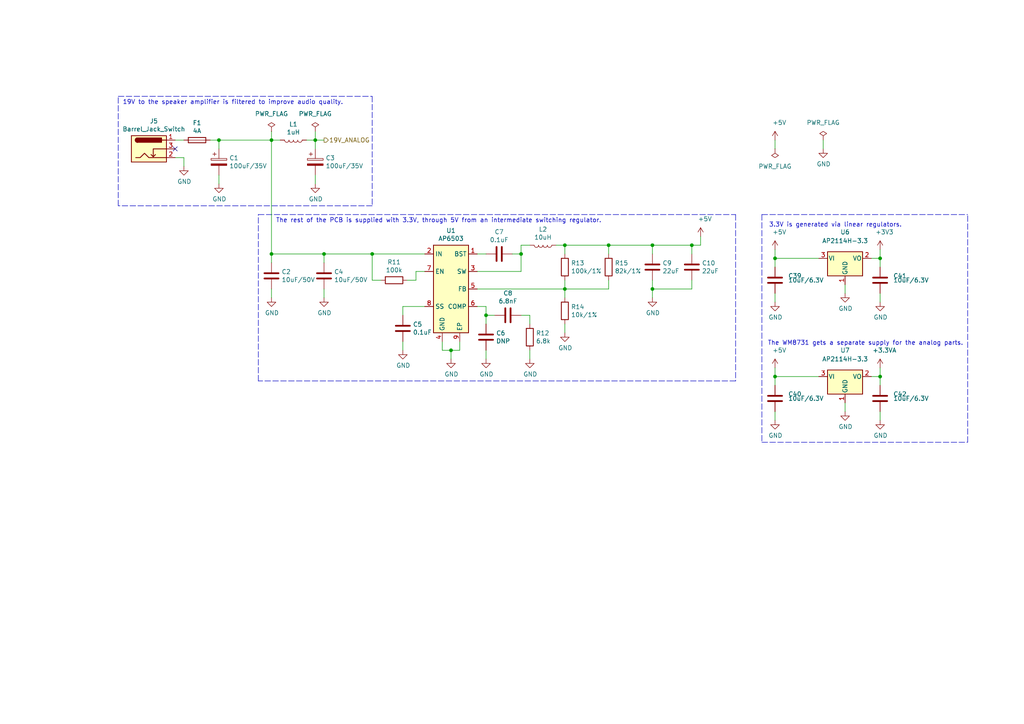
<source format=kicad_sch>
(kicad_sch (version 20210621) (generator eeschema)
  (paper "A4")
  (lib_symbols
    (symbol "Connector:Barrel_Jack_Switch" (pin_names hide)
      (property "Reference" "J" (at 0 5.334 0))
      (property "Value" "Barrel_Jack_Switch" (at 0 -5.08 0))
      (symbol "Barrel_Jack_Switch_0_1"
        (rectangle (start -5.08 3.81) (end 5.08 -3.81) (stroke (width 0.254)) (fill (type background)))
        (arc (start -3.302 3.175) (mid -3.937 2.54) (end -3.302 1.905) (stroke (width 0.254)))
        (arc (start -3.302 3.175) (mid -3.937 2.54) (end -3.302 1.905) (stroke (width 0.254)) (fill (type outline)))
        (polyline (pts (xy 1.27 -2.286) (xy 1.905 -1.651)) (stroke (width 0.254)))
        (polyline (pts (xy 5.08 2.54) (xy 3.81 2.54)) (stroke (width 0.254)))
        (polyline (pts (xy 5.08 0) (xy 1.27 0) (xy 1.27 -2.286) (xy 0.635 -1.651)) (stroke (width 0.254)))
        (polyline (pts (xy -3.81 -2.54) (xy -2.54 -2.54) (xy -1.27 -1.27) (xy 0 -2.54) (xy 2.54 -2.54) (xy 5.08 -2.54)) (stroke (width 0.254)))
        (rectangle (start 3.683 3.175) (end -3.302 1.905) (stroke (width 0.254)) (fill (type outline)))
      )
      (symbol "Barrel_Jack_Switch_1_1"
        (pin passive line (at 7.62 2.54 180) (length 2.54) (name "~") (number "1"))
        (pin passive line (at 7.62 -2.54 180) (length 2.54) (name "~") (number "2"))
        (pin passive line (at 7.62 0 180) (length 2.54) (name "~") (number "3"))
      )
    )
    (symbol "Device:C" (pin_numbers hide) (pin_names (offset 0.254))
      (property "Reference" "C" (at 0.635 2.54 0))
      (property "Value" "C" (at 0.635 -2.54 0))
      (symbol "C_0_1"
        (polyline (pts (xy -2.032 -0.762) (xy 2.032 -0.762)) (stroke (width 0.508)))
        (polyline (pts (xy -2.032 0.762) (xy 2.032 0.762)) (stroke (width 0.508)))
      )
      (symbol "C_1_1"
        (pin passive line (at 0 3.81 270) (length 2.794) (name "~") (number "1"))
        (pin passive line (at 0 -3.81 90) (length 2.794) (name "~") (number "2"))
      )
    )
    (symbol "Device:C_Polarized" (pin_numbers hide) (pin_names (offset 0.254))
      (property "Reference" "C" (at 0.635 2.54 0))
      (property "Value" "C_Polarized" (at 0.635 -2.54 0))
      (symbol "C_Polarized_0_1"
        (rectangle (start -2.286 0.508) (end 2.286 1.016))
        (polyline (pts (xy -1.778 2.286) (xy -0.762 2.286)))
        (polyline (pts (xy -1.27 2.794) (xy -1.27 1.778)))
        (rectangle (start 2.286 -0.508) (end -2.286 -1.016) (fill (type outline)))
      )
      (symbol "C_Polarized_1_1"
        (pin passive line (at 0 3.81 270) (length 2.794) (name "~") (number "1"))
        (pin passive line (at 0 -3.81 90) (length 2.794) (name "~") (number "2"))
      )
    )
    (symbol "Device:Fuse" (pin_numbers hide) (pin_names (offset 0))
      (property "Reference" "F" (at 2.032 0 90))
      (property "Value" "Fuse" (at -1.905 0 90))
      (symbol "Fuse_0_1"
        (rectangle (start -0.762 -2.54) (end 0.762 2.54) (stroke (width 0.254)))
        (polyline (pts (xy 0 2.54) (xy 0 -2.54)))
      )
      (symbol "Fuse_1_1"
        (pin passive line (at 0 3.81 270) (length 1.27) (name "~") (number "1"))
        (pin passive line (at 0 -3.81 90) (length 1.27) (name "~") (number "2"))
      )
    )
    (symbol "Device:L" (pin_numbers hide) (pin_names (offset 1.016) hide)
      (property "Reference" "L" (at -1.27 0 90))
      (property "Value" "L" (at 1.905 0 90))
      (symbol "L_0_1"
        (arc (start 0 -2.54) (mid 0.635 -1.905) (end 0 -1.27))
        (arc (start 0 -1.27) (mid 0.635 -0.635) (end 0 0))
        (arc (start 0 0) (mid 0.635 0.635) (end 0 1.27))
        (arc (start 0 1.27) (mid 0.635 1.905) (end 0 2.54))
      )
      (symbol "L_1_1"
        (pin passive line (at 0 3.81 270) (length 1.27) (name "1") (number "1"))
        (pin passive line (at 0 -3.81 90) (length 1.27) (name "2") (number "2"))
      )
    )
    (symbol "Device:R" (pin_numbers hide) (pin_names (offset 0))
      (property "Reference" "R" (at 2.032 0 90))
      (property "Value" "R" (at 0 0 90))
      (symbol "R_0_1"
        (rectangle (start -1.016 -2.54) (end 1.016 2.54) (stroke (width 0.254)))
      )
      (symbol "R_1_1"
        (pin passive line (at 0 3.81 270) (length 1.27) (name "~") (number "1"))
        (pin passive line (at 0 -3.81 90) (length 1.27) (name "~") (number "2"))
      )
    )
    (symbol "Regulator_Linear:AMS1117-3.3" (pin_names (offset 0.254))
      (property "Reference" "U" (at -3.81 3.175 0))
      (property "Value" "AMS1117-3.3" (at 0 3.175 0))
      (symbol "AMS1117-3.3_0_1"
        (rectangle (start -5.08 -5.08) (end 5.08 1.905) (stroke (width 0.254)) (fill (type background)))
      )
      (symbol "AMS1117-3.3_1_1"
        (pin power_in line (at 0 -7.62 90) (length 2.54) (name "GND") (number "1"))
        (pin power_out line (at 7.62 0 180) (length 2.54) (name "VO") (number "2"))
        (pin power_in line (at -7.62 0 0) (length 2.54) (name "VI") (number "3"))
      )
    )
    (symbol "Regulator_Switching:AP6503"
      (property "Reference" "U" (at -3.81 13.97 0))
      (property "Value" "AP6503" (at 2.54 13.97 0))
      (symbol "AP6503_0_1"
        (rectangle (start -5.08 12.7) (end 5.08 -12.7) (stroke (width 0.254)) (fill (type background)))
      )
      (symbol "AP6503_1_1"
        (pin output line (at 7.62 10.16 180) (length 2.54) (name "BST") (number "1"))
        (pin power_in line (at -7.62 10.16 0) (length 2.54) (name "IN") (number "2"))
        (pin power_out line (at 7.62 5.08 180) (length 2.54) (name "SW") (number "3"))
        (pin power_in line (at -2.54 -15.24 90) (length 2.54) (name "GND") (number "4"))
        (pin input line (at 7.62 0 180) (length 2.54) (name "FB") (number "5"))
        (pin output line (at 7.62 -5.08 180) (length 2.54) (name "COMP") (number "6"))
        (pin input line (at -7.62 5.08 0) (length 2.54) (name "EN") (number "7"))
        (pin tri_state line (at -7.62 -5.08 0) (length 2.54) (name "SS") (number "8"))
        (pin power_in line (at 2.54 -15.24 90) (length 2.54) (name "EP") (number "9"))
      )
    )
    (symbol "power:+3.3VA" (power) (pin_names (offset 0))
      (property "Value" "+3.3VA" (at 0 3.556 0))
      (symbol "+3.3VA_0_1"
        (polyline (pts (xy -0.762 1.27) (xy 0 2.54)))
        (polyline (pts (xy 0 0) (xy 0 2.54)))
        (polyline (pts (xy 0 2.54) (xy 0.762 1.27)))
      )
      (symbol "+3.3VA_1_1"
        (pin power_in line (at 0 0 90) (length 0) hide (name "+3.3VA") (number "1"))
      )
    )
    (symbol "power:+3V3" (power) (pin_names (offset 0))
      (property "Value" "+3V3" (at 0 3.556 0))
      (symbol "+3V3_0_1"
        (polyline (pts (xy -0.762 1.27) (xy 0 2.54)))
        (polyline (pts (xy 0 0) (xy 0 2.54)))
        (polyline (pts (xy 0 2.54) (xy 0.762 1.27)))
      )
      (symbol "+3V3_1_1"
        (pin power_in line (at 0 0 90) (length 0) hide (name "+3V3") (number "1"))
      )
    )
    (symbol "power:+5V" (power) (pin_names (offset 0))
      (property "Value" "+5V" (at 0 3.556 0))
      (symbol "+5V_0_1"
        (polyline (pts (xy -0.762 1.27) (xy 0 2.54)))
        (polyline (pts (xy 0 0) (xy 0 2.54)))
        (polyline (pts (xy 0 2.54) (xy 0.762 1.27)))
      )
      (symbol "+5V_1_1"
        (pin power_in line (at 0 0 90) (length 0) hide (name "+5V") (number "1"))
      )
    )
    (symbol "power:GND" (power) (pin_names (offset 0))
      (property "Value" "GND" (at 0 -3.81 0))
      (symbol "GND_0_1"
        (polyline (pts (xy 0 0) (xy 0 -1.27) (xy 1.27 -1.27) (xy 0 -2.54) (xy -1.27 -1.27) (xy 0 -1.27)))
      )
      (symbol "GND_1_1"
        (pin power_in line (at 0 0 270) (length 0) hide (name "GND") (number "1"))
      )
    )
    (symbol "power:PWR_FLAG" (power) (pin_numbers hide) (pin_names (offset 0) hide)
      (property "Value" "PWR_FLAG" (at 0 3.81 0))
      (symbol "PWR_FLAG_0_0"
        (pin power_out line (at 0 0 90) (length 0) (name "pwr") (number "1"))
      )
      (symbol "PWR_FLAG_0_1"
        (polyline (pts (xy 0 0) (xy 0 1.27) (xy -1.016 1.905) (xy 0 2.54) (xy 1.016 1.905) (xy 0 1.27)))
      )
    )
  )
  (junction (at 63.5 40.64) (diameter 0.9144))
  (junction (at 78.74 40.64) (diameter 0.9144))
  (junction (at 78.74 73.66) (diameter 0.9144))
  (junction (at 91.44 40.64) (diameter 0.9144))
  (junction (at 93.98 73.66) (diameter 0.9144))
  (junction (at 107.95 73.66) (diameter 0.9144))
  (junction (at 130.81 101.6) (diameter 0.9144))
  (junction (at 140.97 91.44) (diameter 0.9144))
  (junction (at 151.13 73.66) (diameter 0.9144))
  (junction (at 163.83 71.12) (diameter 0.9144))
  (junction (at 163.83 83.82) (diameter 0.9144))
  (junction (at 176.53 71.12) (diameter 0.9144))
  (junction (at 189.23 71.12) (diameter 0.9144))
  (junction (at 189.23 83.82) (diameter 0.9144))
  (junction (at 200.66 71.12) (diameter 0.9144))
  (junction (at 224.79 74.93) (diameter 0.9144))
  (junction (at 224.79 109.22) (diameter 0.9144))
  (junction (at 255.27 74.93) (diameter 0.9144))
  (junction (at 255.27 109.22) (diameter 0.9144))
  (no_connect (at 50.8 43.18))
  (wire (pts (xy 50.8 45.72) (xy 53.34 45.72)))
  (wire (pts (xy 53.34 40.64) (xy 50.8 40.64)))
  (wire (pts (xy 53.34 45.72) (xy 53.34 48.26)))
  (wire (pts (xy 60.96 40.64) (xy 63.5 40.64)))
  (wire (pts (xy 63.5 40.64) (xy 78.74 40.64)))
  (wire (pts (xy 63.5 43.18) (xy 63.5 40.64)))
  (wire (pts (xy 63.5 50.8) (xy 63.5 53.34)))
  (wire (pts (xy 78.74 38.1) (xy 78.74 40.64)))
  (wire (pts (xy 78.74 40.64) (xy 81.28 40.64)))
  (wire (pts (xy 78.74 73.66) (xy 78.74 40.64)))
  (wire (pts (xy 78.74 73.66) (xy 78.74 76.2)))
  (wire (pts (xy 78.74 86.36) (xy 78.74 83.82)))
  (wire (pts (xy 91.44 38.1) (xy 91.44 40.64)))
  (wire (pts (xy 91.44 40.64) (xy 88.9 40.64)))
  (wire (pts (xy 91.44 43.18) (xy 91.44 40.64)))
  (wire (pts (xy 91.44 50.8) (xy 91.44 53.34)))
  (wire (pts (xy 93.98 40.64) (xy 91.44 40.64)))
  (wire (pts (xy 93.98 73.66) (xy 78.74 73.66)))
  (wire (pts (xy 93.98 73.66) (xy 93.98 76.2)))
  (wire (pts (xy 93.98 86.36) (xy 93.98 83.82)))
  (wire (pts (xy 107.95 73.66) (xy 93.98 73.66)))
  (wire (pts (xy 107.95 73.66) (xy 107.95 81.28)))
  (wire (pts (xy 107.95 81.28) (xy 110.49 81.28)))
  (wire (pts (xy 116.84 88.9) (xy 123.19 88.9)))
  (wire (pts (xy 116.84 91.44) (xy 116.84 88.9)))
  (wire (pts (xy 116.84 99.06) (xy 116.84 101.6)))
  (wire (pts (xy 120.65 78.74) (xy 120.65 81.28)))
  (wire (pts (xy 120.65 81.28) (xy 118.11 81.28)))
  (wire (pts (xy 123.19 73.66) (xy 107.95 73.66)))
  (wire (pts (xy 123.19 78.74) (xy 120.65 78.74)))
  (wire (pts (xy 128.27 99.06) (xy 128.27 101.6)))
  (wire (pts (xy 128.27 101.6) (xy 130.81 101.6)))
  (wire (pts (xy 130.81 101.6) (xy 133.35 101.6)))
  (wire (pts (xy 130.81 104.14) (xy 130.81 101.6)))
  (wire (pts (xy 133.35 101.6) (xy 133.35 99.06)))
  (wire (pts (xy 138.43 78.74) (xy 151.13 78.74)))
  (wire (pts (xy 138.43 83.82) (xy 163.83 83.82)))
  (wire (pts (xy 140.97 73.66) (xy 138.43 73.66)))
  (wire (pts (xy 140.97 88.9) (xy 138.43 88.9)))
  (wire (pts (xy 140.97 91.44) (xy 140.97 88.9)))
  (wire (pts (xy 140.97 93.98) (xy 140.97 91.44)))
  (wire (pts (xy 140.97 104.14) (xy 140.97 101.6)))
  (wire (pts (xy 143.51 91.44) (xy 140.97 91.44)))
  (wire (pts (xy 151.13 71.12) (xy 153.67 71.12)))
  (wire (pts (xy 151.13 73.66) (xy 148.59 73.66)))
  (wire (pts (xy 151.13 73.66) (xy 151.13 71.12)))
  (wire (pts (xy 151.13 78.74) (xy 151.13 73.66)))
  (wire (pts (xy 153.67 91.44) (xy 151.13 91.44)))
  (wire (pts (xy 153.67 93.98) (xy 153.67 91.44)))
  (wire (pts (xy 153.67 104.14) (xy 153.67 101.6)))
  (wire (pts (xy 161.29 71.12) (xy 163.83 71.12)))
  (wire (pts (xy 163.83 71.12) (xy 163.83 73.66)))
  (wire (pts (xy 163.83 83.82) (xy 163.83 81.28)))
  (wire (pts (xy 163.83 83.82) (xy 176.53 83.82)))
  (wire (pts (xy 163.83 86.36) (xy 163.83 83.82)))
  (wire (pts (xy 163.83 96.52) (xy 163.83 93.98)))
  (wire (pts (xy 176.53 71.12) (xy 163.83 71.12)))
  (wire (pts (xy 176.53 71.12) (xy 189.23 71.12)))
  (wire (pts (xy 176.53 73.66) (xy 176.53 71.12)))
  (wire (pts (xy 176.53 83.82) (xy 176.53 81.28)))
  (wire (pts (xy 189.23 71.12) (xy 189.23 73.66)))
  (wire (pts (xy 189.23 71.12) (xy 200.66 71.12)))
  (wire (pts (xy 189.23 83.82) (xy 189.23 81.28)))
  (wire (pts (xy 189.23 86.36) (xy 189.23 83.82)))
  (wire (pts (xy 200.66 71.12) (xy 200.66 73.66)))
  (wire (pts (xy 200.66 81.28) (xy 200.66 83.82)))
  (wire (pts (xy 200.66 83.82) (xy 189.23 83.82)))
  (wire (pts (xy 203.2 68.58) (xy 203.2 71.12)))
  (wire (pts (xy 203.2 71.12) (xy 200.66 71.12)))
  (wire (pts (xy 224.79 40.64) (xy 224.79 43.18)))
  (wire (pts (xy 224.79 72.39) (xy 224.79 74.93)))
  (wire (pts (xy 224.79 74.93) (xy 224.79 77.47)))
  (wire (pts (xy 224.79 74.93) (xy 237.49 74.93)))
  (wire (pts (xy 224.79 85.09) (xy 224.79 87.63)))
  (wire (pts (xy 224.79 106.68) (xy 224.79 109.22)))
  (wire (pts (xy 224.79 109.22) (xy 224.79 111.76)))
  (wire (pts (xy 224.79 119.38) (xy 224.79 121.92)))
  (wire (pts (xy 237.49 109.22) (xy 224.79 109.22)))
  (wire (pts (xy 238.76 40.64) (xy 238.76 43.18)))
  (wire (pts (xy 245.11 82.55) (xy 245.11 85.09)))
  (wire (pts (xy 245.11 116.84) (xy 245.11 119.38)))
  (wire (pts (xy 252.73 74.93) (xy 255.27 74.93)))
  (wire (pts (xy 252.73 109.22) (xy 255.27 109.22)))
  (wire (pts (xy 255.27 72.39) (xy 255.27 74.93)))
  (wire (pts (xy 255.27 74.93) (xy 255.27 77.47)))
  (wire (pts (xy 255.27 85.09) (xy 255.27 87.63)))
  (wire (pts (xy 255.27 106.68) (xy 255.27 109.22)))
  (wire (pts (xy 255.27 109.22) (xy 255.27 111.76)))
  (wire (pts (xy 255.27 119.38) (xy 255.27 121.92)))
  (polyline (pts (xy 34.29 27.94) (xy 107.95 27.94)) (stroke (width 0) (type dash)))
  (polyline (pts (xy 34.29 59.69) (xy 34.29 27.94)) (stroke (width 0) (type dash)))
  (polyline (pts (xy 74.93 62.23) (xy 213.36 62.23)) (stroke (width 0) (type dash)))
  (polyline (pts (xy 74.93 110.49) (xy 74.93 62.23)) (stroke (width 0) (type dash)))
  (polyline (pts (xy 107.95 27.94) (xy 107.95 59.69)) (stroke (width 0) (type dash)))
  (polyline (pts (xy 107.95 59.69) (xy 34.29 59.69)) (stroke (width 0) (type dash)))
  (polyline (pts (xy 213.36 62.23) (xy 213.36 110.49)) (stroke (width 0) (type dash)))
  (polyline (pts (xy 213.36 110.49) (xy 74.93 110.49)) (stroke (width 0) (type dash)))
  (polyline (pts (xy 220.98 62.23) (xy 220.98 128.27)) (stroke (width 0) (type dash)))
  (polyline (pts (xy 220.98 62.23) (xy 280.67 62.23)) (stroke (width 0) (type dash)))
  (polyline (pts (xy 220.98 128.27) (xy 280.67 128.27)) (stroke (width 0) (type dash)))
  (polyline (pts (xy 280.67 128.27) (xy 280.67 62.23)) (stroke (width 0) (type dash)))
  (text "19V to the speaker amplifier is filtered to improve audio quality." (at 35.56 30.48 0) (effects (font (size 1.27 1.27)) (justify left bottom)))
  (text "The rest of the PCB is supplied with 3.3V, through 5V from an intermediate switching regulator." (at 80.01 64.77 0) (effects (font (size 1.27 1.27)) (justify left bottom)))
  (text "3.3V is generated via linear regulators." (at 261.62 66.04 180) (effects (font (size 1.27 1.27)) (justify right bottom)))
  (text "The WM8731 gets a separate supply for the analog parts." (at 279.4 100.33 0) (effects (font (size 1.27 1.27)) (justify right bottom)))
  (hierarchical_label "19V_ANALOG" (shape output) (at 93.98 40.64 0))
  (symbol (lib_id "power:+5V") (at 203.2 68.58 0) (unit 1)
    (property "Reference" "#PWR0140" (effects hide))
    (property "Value" "+5V" (at 204.47 63.5 0))
  )
  (symbol (lib_id "power:+5V") (at 224.79 40.64 0) (unit 1)
    (property "Reference" "#PWR0234" (effects hide))
    (property "Value" "+5V" (at 226.06 35.56 0))
  )
  (symbol (lib_id "power:+5V") (at 224.79 72.39 0) (unit 1)
    (property "Reference" "#PWR0142" (effects hide))
    (property "Value" "+5V" (at 226.06 67.31 0))
  )
  (symbol (lib_id "power:+5V") (at 224.79 106.68 0) (unit 1)
    (property "Reference" "#PWR0149" (effects hide))
    (property "Value" "+5V" (at 226.06 101.6 0))
  )
  (symbol (lib_id "power:+3V3") (at 255.27 72.39 0) (unit 1)
    (property "Reference" "#PWR0147" (effects hide))
    (property "Value" "+3V3" (at 256.54 67.31 0))
  )
  (symbol (lib_id "power:+3.3VA") (at 255.27 106.68 0) (unit 1)
    (property "Reference" "#PWR0150" (effects hide))
    (property "Value" "+3.3VA" (at 256.54 101.6 0))
  )
  (symbol (lib_id "power:PWR_FLAG") (at 78.74 38.1 0) (unit 1)
    (property "Reference" "#FLG0103" (effects hide))
    (property "Value" "PWR_FLAG" (at 78.74 33.02 0))
  )
  (symbol (lib_id "power:PWR_FLAG") (at 91.44 38.1 0) (unit 1)
    (property "Reference" "#FLG0104" (effects hide))
    (property "Value" "PWR_FLAG" (at 91.44 33.02 0))
  )
  (symbol (lib_id "power:PWR_FLAG") (at 224.79 43.18 180) (unit 1)
    (property "Reference" "#FLG0101" (effects hide))
    (property "Value" "PWR_FLAG" (at 224.79 48.26 0))
  )
  (symbol (lib_id "power:PWR_FLAG") (at 238.76 40.64 0) (unit 1)
    (property "Reference" "#FLG0102" (effects hide))
    (property "Value" "PWR_FLAG" (at 238.76 35.56 0))
  )
  (symbol (lib_id "power:GND") (at 53.34 48.26 0) (unit 1)
    (property "Reference" "#PWR0108" (effects hide))
    (property "Value" "GND" (at 53.467 52.6542 0))
  )
  (symbol (lib_id "power:GND") (at 63.5 53.34 0) (unit 1)
    (property "Reference" "#PWR0109" (effects hide))
    (property "Value" "GND" (at 63.627 57.7342 0))
  )
  (symbol (lib_id "power:GND") (at 78.74 86.36 0) (unit 1)
    (property "Reference" "#PWR0113" (effects hide))
    (property "Value" "GND" (at 78.867 90.7542 0))
  )
  (symbol (lib_id "power:GND") (at 91.44 53.34 0) (unit 1)
    (property "Reference" "#PWR0110" (effects hide))
    (property "Value" "GND" (at 91.567 57.7342 0))
  )
  (symbol (lib_id "power:GND") (at 93.98 86.36 0) (unit 1)
    (property "Reference" "#PWR0114" (effects hide))
    (property "Value" "GND" (at 94.107 90.7542 0))
  )
  (symbol (lib_id "power:GND") (at 116.84 101.6 0) (unit 1)
    (property "Reference" "#PWR0111" (effects hide))
    (property "Value" "GND" (at 116.967 105.9942 0))
  )
  (symbol (lib_id "power:GND") (at 130.81 104.14 0) (unit 1)
    (property "Reference" "#PWR0112" (effects hide))
    (property "Value" "GND" (at 130.937 108.5342 0))
  )
  (symbol (lib_id "power:GND") (at 140.97 104.14 0) (unit 1)
    (property "Reference" "#PWR0115" (effects hide))
    (property "Value" "GND" (at 141.097 108.5342 0))
  )
  (symbol (lib_id "power:GND") (at 153.67 104.14 0) (unit 1)
    (property "Reference" "#PWR0116" (effects hide))
    (property "Value" "GND" (at 153.797 108.5342 0))
  )
  (symbol (lib_id "power:GND") (at 163.83 96.52 0) (unit 1)
    (property "Reference" "#PWR0117" (effects hide))
    (property "Value" "GND" (at 163.957 100.9142 0))
  )
  (symbol (lib_id "power:GND") (at 189.23 86.36 0) (unit 1)
    (property "Reference" "#PWR0118" (effects hide))
    (property "Value" "GND" (at 189.357 90.7542 0))
  )
  (symbol (lib_id "power:GND") (at 224.79 87.63 0) (unit 1)
    (property "Reference" "#PWR0148" (effects hide))
    (property "Value" "GND" (at 224.917 92.0242 0))
  )
  (symbol (lib_id "power:GND") (at 224.79 121.92 0) (unit 1)
    (property "Reference" "#PWR0145" (effects hide))
    (property "Value" "GND" (at 224.917 126.3142 0))
  )
  (symbol (lib_id "power:GND") (at 238.76 43.18 0) (unit 1)
    (property "Reference" "#PWR0192" (effects hide))
    (property "Value" "GND" (at 238.887 47.5742 0))
  )
  (symbol (lib_id "power:GND") (at 245.11 85.09 0) (unit 1)
    (property "Reference" "#PWR0141" (effects hide))
    (property "Value" "GND" (at 245.237 89.4842 0))
  )
  (symbol (lib_id "power:GND") (at 245.11 119.38 0) (unit 1)
    (property "Reference" "#PWR0143" (effects hide))
    (property "Value" "GND" (at 245.237 123.7742 0))
  )
  (symbol (lib_id "power:GND") (at 255.27 87.63 0) (unit 1)
    (property "Reference" "#PWR0146" (effects hide))
    (property "Value" "GND" (at 255.397 92.0242 0))
  )
  (symbol (lib_id "power:GND") (at 255.27 121.92 0) (unit 1)
    (property "Reference" "#PWR0144" (effects hide))
    (property "Value" "GND" (at 255.397 126.3142 0))
  )
  (symbol (lib_id "Device:L") (at 85.09 40.64 270) (unit 1)
    (property "Reference" "L1" (at 85.09 36.0426 90))
    (property "Value" "1uH" (at 85.09 38.354 90))
    (property "Footprint" "Inductor_SMD:L_Taiyo-Yuden_NR-60xx" (effects hide))
    (property "Part Name" "Yaiyo Yuden NR6045T1R0N" (effects hide))
    (property "Mouser" "963-NR6045T1R0N" (effects hide))
  )
  (symbol (lib_id "Device:L") (at 157.48 71.12 270) (unit 1)
    (property "Reference" "L2" (at 157.48 66.5226 90))
    (property "Value" "10uH" (at 157.48 68.834 90))
    (property "Footprint" "Inductor_SMD:L_Bourns-SRN8040_8x8.15mm" (effects hide))
    (property "Part Name" "SRN8040-100M" (effects hide))
    (property "Mouser" "652-SRN8040-100M" (effects hide))
  )
  (symbol (lib_id "Device:Fuse") (at 57.15 40.64 270) (unit 1)
    (property "Reference" "F1" (at 57.15 35.6362 90))
    (property "Value" "4A" (at 57.15 37.9476 90))
    (property "Footprint" "HackAmp-Footprints:Fuseholder_Littlefuse_NANO2-154" (effects hide))
    (property "Part Name" "Littlefuse 154004" (effects hide))
    (property "Mouser" "576-0154004.DR" (effects hide))
  )
  (symbol (lib_id "Device:R") (at 114.3 81.28 270) (mirror x) (unit 1)
    (property "Reference" "R11" (at 114.3 76.0222 90))
    (property "Value" "100k" (at 114.3 78.3336 90))
    (property "Footprint" "Resistor_SMD:R_0603_1608Metric" (effects hide))
  )
  (symbol (lib_id "Device:R") (at 153.67 97.79 0) (unit 1)
    (property "Reference" "R12" (at 155.448 96.6216 0) (effects (justify left)))
    (property "Value" "6.8k" (at 155.448 98.933 0) (effects (justify left)))
    (property "Footprint" "Resistor_SMD:R_0603_1608Metric" (effects hide))
  )
  (symbol (lib_id "Device:R") (at 163.83 77.47 180) (unit 1)
    (property "Reference" "R13" (at 165.608 76.3016 0) (effects (justify right)))
    (property "Value" "100k/1%" (at 165.608 78.613 0) (effects (justify right)))
    (property "Footprint" "Resistor_SMD:R_0603_1608Metric" (effects hide))
    (property "Mouser" "652-CR0603-FX-103ELF" (effects hide))
    (property "Part Name" "Bourns CR0603-FX-1003ELF" (effects hide))
  )
  (symbol (lib_id "Device:R") (at 163.83 90.17 0) (unit 1)
    (property "Reference" "R14" (at 165.608 89.0016 0) (effects (justify left)))
    (property "Value" "10k/1%" (at 165.608 91.313 0) (effects (justify left)))
    (property "Footprint" "Resistor_SMD:R_0603_1608Metric" (effects hide))
    (property "Mouser" "652-CR0603FX-1002ELF" (effects hide))
    (property "Part Name" "Bourns CR0603-FX-1002ELF" (effects hide))
  )
  (symbol (lib_id "Device:R") (at 176.53 77.47 180) (unit 1)
    (property "Reference" "R15" (at 178.308 76.3016 0) (effects (justify right)))
    (property "Value" "82k/1%" (at 178.308 78.613 0) (effects (justify right)))
    (property "Footprint" "Resistor_SMD:R_0603_1608Metric" (effects hide))
    (property "Mouser" "652-CR0603FX-8202ELF" (effects hide))
    (property "Part Name" "Bourns CR0603-FX-8202ELF" (effects hide))
  )
  (symbol (lib_id "Device:C_Polarized") (at 63.5 46.99 0) (unit 1)
    (property "Reference" "C1" (at 66.4972 45.8216 0) (effects (justify left)))
    (property "Value" "100uF/35V" (at 66.4972 48.133 0) (effects (justify left)))
    (property "Footprint" "Capacitor_SMD:CP_Elec_8x10" (effects hide))
    (property "Part Name" "Nichicon UCD1V101MNL1GS" (effects hide))
    (property "Mouser" "647-UCD1V101MNL1GS" (effects hide))
  )
  (symbol (lib_id "Device:C") (at 78.74 80.01 0) (unit 1)
    (property "Reference" "C2" (at 81.661 78.8416 0) (effects (justify left)))
    (property "Value" "10uF/50V" (at 81.661 81.153 0) (effects (justify left)))
    (property "Footprint" "Capacitor_SMD:C_1206_3216Metric" (effects hide))
    (property "Part Name" "Taiyo Yuden UMK316BBJ106ML-T" (effects hide))
    (property "Mouser" "963-UMK316BBJ106ML-T" (effects hide))
  )
  (symbol (lib_id "Device:C_Polarized") (at 91.44 46.99 0) (unit 1)
    (property "Reference" "C3" (at 94.4372 45.8216 0) (effects (justify left)))
    (property "Value" "100uF/35V" (at 94.4372 48.133 0) (effects (justify left)))
    (property "Footprint" "Capacitor_SMD:CP_Elec_8x10" (effects hide))
    (property "Mouser" "647-UCD1V101MNL1GS" (effects hide))
    (property "Part Name" "Nichicon UCD1V101MNL1GS" (effects hide))
  )
  (symbol (lib_id "Device:C") (at 93.98 80.01 0) (unit 1)
    (property "Reference" "C4" (at 96.901 78.8416 0) (effects (justify left)))
    (property "Value" "10uF/50V" (at 96.901 81.153 0) (effects (justify left)))
    (property "Footprint" "Capacitor_SMD:C_1206_3216Metric" (effects hide))
    (property "Part Name" "Taiyo Yuden UMK316BBJ106ML-T" (effects hide))
    (property "Mouser" "963-UMK316BBJ106ML-T" (effects hide))
  )
  (symbol (lib_id "Device:C") (at 116.84 95.25 0) (unit 1)
    (property "Reference" "C5" (at 119.761 94.0816 0) (effects (justify left)))
    (property "Value" "0.1uF" (at 119.761 96.393 0) (effects (justify left)))
    (property "Footprint" "Capacitor_SMD:C_0603_1608Metric" (effects hide))
    (property "Mouser" "581-06033C104KAT4A" (effects hide))
    (property "Part Name" "AVX 06033C104KAT4A" (effects hide))
  )
  (symbol (lib_id "Device:C") (at 140.97 97.79 0) (unit 1)
    (property "Reference" "C6" (at 143.891 96.6216 0) (effects (justify left)))
    (property "Value" "DNP" (at 143.891 98.933 0) (effects (justify left)))
    (property "Footprint" "Capacitor_SMD:C_0603_1608Metric" (effects hide))
  )
  (symbol (lib_id "Device:C") (at 144.78 73.66 270) (unit 1)
    (property "Reference" "C7" (at 144.78 67.2592 90))
    (property "Value" "0.1uF" (at 144.78 69.5706 90))
    (property "Footprint" "Capacitor_SMD:C_0805_2012Metric" (effects hide))
    (property "Mouser" "581-06033C104KAT4A" (effects hide))
    (property "Part Name" "AVX 06033C104KAT4A" (effects hide))
  )
  (symbol (lib_id "Device:C") (at 147.32 91.44 270) (unit 1)
    (property "Reference" "C8" (at 147.32 85.0392 90))
    (property "Value" "6.8nF" (at 147.32 87.3506 90))
    (property "Footprint" "Capacitor_SMD:C_0603_1608Metric" (effects hide))
    (property "Mouser" "603-CC603KPX7R9BB682" (effects hide))
    (property "Part Name" "Yageo CC0603KPX7R9BB682" (effects hide))
  )
  (symbol (lib_id "Device:C") (at 189.23 77.47 0) (unit 1)
    (property "Reference" "C9" (at 192.151 76.3016 0) (effects (justify left)))
    (property "Value" "22uF" (at 192.151 78.613 0) (effects (justify left)))
    (property "Footprint" "Capacitor_SMD:C_1206_3216Metric" (effects hide))
    (property "Mouser" "187-CL31A226MQHNNNE" (effects hide))
    (property "Part Name" "Samsung CL31A226MQHNNNE" (effects hide))
  )
  (symbol (lib_id "Device:C") (at 200.66 77.47 0) (unit 1)
    (property "Reference" "C10" (at 203.581 76.3016 0) (effects (justify left)))
    (property "Value" "22uF" (at 203.581 78.613 0) (effects (justify left)))
    (property "Footprint" "Capacitor_SMD:C_1206_3216Metric" (effects hide))
    (property "Mouser" "187-CL31A226MQHNNNE" (effects hide))
    (property "Part Name" "Samsung CL31A226MQHNNNE" (effects hide))
  )
  (symbol (lib_id "Device:C") (at 224.79 81.28 0) (unit 1)
    (property "Reference" "C39" (at 228.6 80.01 0) (effects (justify left)))
    (property "Value" "10uF/6.3V" (at 228.6 81.28 0) (effects (justify left)))
    (property "Footprint" "Capacitor_SMD:C_0805_2012Metric" (effects hide))
    (property "Mouser" "963-LMK212F106ZG-T" (effects hide))
    (property "Part Name" "Taiyo Yuden LMK212F106ZG-T" (effects hide))
  )
  (symbol (lib_id "Device:C") (at 224.79 115.57 0) (unit 1)
    (property "Reference" "C40" (at 228.6 114.3 0) (effects (justify left)))
    (property "Value" "10uF/6.3V" (at 228.6 115.57 0) (effects (justify left)))
    (property "Footprint" "Capacitor_SMD:C_0805_2012Metric" (effects hide))
    (property "Mouser" "963-LMK212F106ZG-T" (effects hide))
    (property "Part Name" "Taiyo Yuden LMK212F106ZG-T" (effects hide))
  )
  (symbol (lib_id "Device:C") (at 255.27 81.28 0) (unit 1)
    (property "Reference" "C41" (at 259.08 80.01 0) (effects (justify left)))
    (property "Value" "10uF/6.3V" (at 259.08 81.28 0) (effects (justify left)))
    (property "Footprint" "Capacitor_SMD:C_0805_2012Metric" (effects hide))
    (property "Mouser" "963-LMK212F106ZG-T" (effects hide))
    (property "Part Name" "Taiyo Yuden LMK212F106ZG-T" (effects hide))
  )
  (symbol (lib_id "Device:C") (at 255.27 115.57 0) (unit 1)
    (property "Reference" "C42" (at 259.08 114.3 0) (effects (justify left)))
    (property "Value" "10uF/6.3V" (at 259.08 115.57 0) (effects (justify left)))
    (property "Footprint" "Capacitor_SMD:C_0805_2012Metric" (effects hide))
    (property "Mouser" "963-LMK212F106ZG-T" (effects hide))
    (property "Part Name" "Taiyo Yuden LMK212F106ZG-T" (effects hide))
  )
  (symbol (lib_id "Connector:Barrel_Jack_Switch") (at 43.18 43.18 0) (unit 1)
    (property "Reference" "J5" (at 44.6278 35.1282 0))
    (property "Value" "Barrel_Jack_Switch" (at 44.6278 37.4396 0))
    (property "Footprint" "Connector_BarrelJack:BarrelJack_Horizontal" (effects hide))
    (property "Mouser" "806-KLDX-0202-B" (effects hide))
    (property "Part Name" "Kycon KLDX-0202-B" (effects hide))
  )
  (symbol (lib_id "Regulator_Linear:AMS1117-3.3") (at 245.11 74.93 0) (unit 1)
    (property "Reference" "U6" (at 245.11 67.31 0))
    (property "Value" "AP2114H-3.3" (at 245.11 69.85 0))
    (property "Footprint" "Package_TO_SOT_SMD:SOT-223-3_TabPin2" (effects hide))
    (property "Datasheet" "http://www.advanced-monolithic.com/pdf/ds1117.pdf" (effects hide))
    (property "Mouser" "621-AP2114H-3.3TRG1" (effects hide))
    (property "Part Name" "Diodes Inc AP2114H-3.3TRG1" (effects hide))
  )
  (symbol (lib_id "Regulator_Linear:AMS1117-3.3") (at 245.11 109.22 0) (unit 1)
    (property "Reference" "U7" (at 245.11 101.6 0))
    (property "Value" "AP2114H-3.3" (at 245.11 104.14 0))
    (property "Footprint" "Package_TO_SOT_SMD:SOT-223-3_TabPin2" (effects hide))
    (property "Datasheet" "http://www.advanced-monolithic.com/pdf/ds1117.pdf" (effects hide))
    (property "Mouser" "621-AP2114H-3.3TRG1" (effects hide))
    (property "Part Name" "Diodes Inc AP2114H-3.3TRG1" (effects hide))
  )
  (symbol (lib_id "Regulator_Switching:AP6503") (at 130.81 83.82 0) (unit 1)
    (property "Reference" "U1" (at 130.81 66.8782 0))
    (property "Value" "AP6503" (at 130.81 69.1896 0))
    (property "Footprint" "Package_SO:Diodes_SO-8EP" (effects hide))
    (property "Datasheet" "https://www.diodes.com/assets/Datasheets/AP6503.pdf" (effects hide))
    (property "Mouser" "621-AP6503SP-13" (effects hide))
    (property "Part Name" "Diodes Inc AP6503SP-13" (effects hide))
  )
)
</source>
